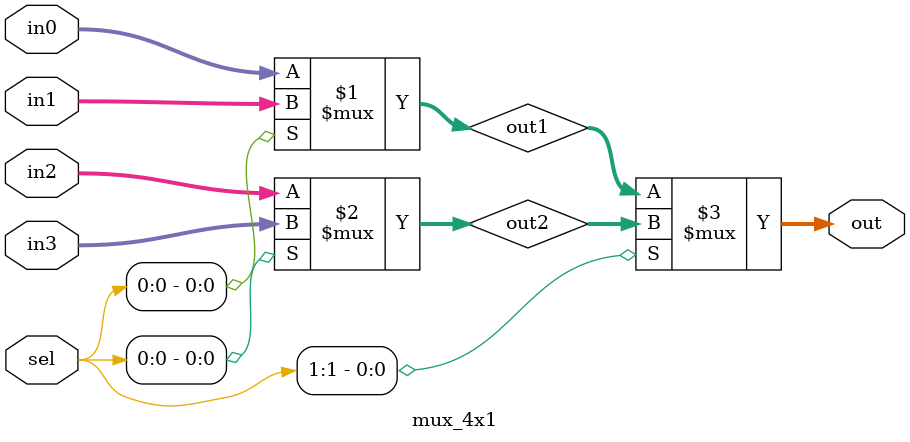
<source format=v>
module mux_4x1(
  sel,
  in0,
  in1,
  in2,
  in3,
  out
);

// *****************************************************************************
parameter LEN         = 8;

// *****************************************************************************
input     [1:0]        sel;
input     [LEN-1 : 0]  in0;
input     [LEN-1 : 0]  in1;
input     [LEN-1 : 0]  in2;
input     [LEN-1 : 0]  in3;
output    [LEN-1 : 0]  out;

// *****************************************************************************
wire [LEN-1 : 0] out1;
wire [LEN-1 : 0] out2;

assign out1 = sel[0] ? in1 : in0;
assign out2 = sel[0] ? in3 : in2;

assign out = sel[1] ? out2: out1;

endmodule

</source>
